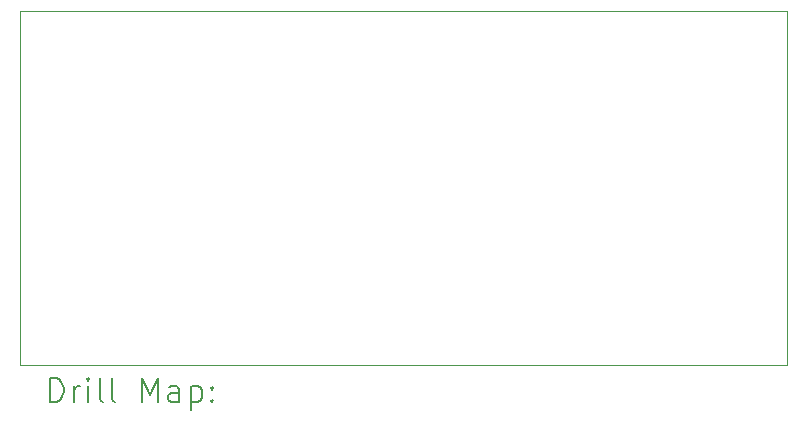
<source format=gbr>
%TF.GenerationSoftware,KiCad,Pcbnew,9.0.2*%
%TF.CreationDate,2025-10-25T16:26:29-04:00*%
%TF.ProjectId,Display,44697370-6c61-4792-9e6b-696361645f70,rev?*%
%TF.SameCoordinates,Original*%
%TF.FileFunction,Drillmap*%
%TF.FilePolarity,Positive*%
%FSLAX45Y45*%
G04 Gerber Fmt 4.5, Leading zero omitted, Abs format (unit mm)*
G04 Created by KiCad (PCBNEW 9.0.2) date 2025-10-25 16:26:29*
%MOMM*%
%LPD*%
G01*
G04 APERTURE LIST*
%ADD10C,0.050000*%
%ADD11C,0.200000*%
G04 APERTURE END LIST*
D10*
X13530000Y-5895000D02*
X20030000Y-5895000D01*
X20030000Y-8895000D01*
X13530000Y-8895000D01*
X13530000Y-5895000D01*
D11*
X13788277Y-9208984D02*
X13788277Y-9008984D01*
X13788277Y-9008984D02*
X13835896Y-9008984D01*
X13835896Y-9008984D02*
X13864467Y-9018508D01*
X13864467Y-9018508D02*
X13883515Y-9037555D01*
X13883515Y-9037555D02*
X13893039Y-9056603D01*
X13893039Y-9056603D02*
X13902562Y-9094698D01*
X13902562Y-9094698D02*
X13902562Y-9123270D01*
X13902562Y-9123270D02*
X13893039Y-9161365D01*
X13893039Y-9161365D02*
X13883515Y-9180412D01*
X13883515Y-9180412D02*
X13864467Y-9199460D01*
X13864467Y-9199460D02*
X13835896Y-9208984D01*
X13835896Y-9208984D02*
X13788277Y-9208984D01*
X13988277Y-9208984D02*
X13988277Y-9075650D01*
X13988277Y-9113746D02*
X13997801Y-9094698D01*
X13997801Y-9094698D02*
X14007324Y-9085174D01*
X14007324Y-9085174D02*
X14026372Y-9075650D01*
X14026372Y-9075650D02*
X14045420Y-9075650D01*
X14112086Y-9208984D02*
X14112086Y-9075650D01*
X14112086Y-9008984D02*
X14102562Y-9018508D01*
X14102562Y-9018508D02*
X14112086Y-9028031D01*
X14112086Y-9028031D02*
X14121610Y-9018508D01*
X14121610Y-9018508D02*
X14112086Y-9008984D01*
X14112086Y-9008984D02*
X14112086Y-9028031D01*
X14235896Y-9208984D02*
X14216848Y-9199460D01*
X14216848Y-9199460D02*
X14207324Y-9180412D01*
X14207324Y-9180412D02*
X14207324Y-9008984D01*
X14340658Y-9208984D02*
X14321610Y-9199460D01*
X14321610Y-9199460D02*
X14312086Y-9180412D01*
X14312086Y-9180412D02*
X14312086Y-9008984D01*
X14569229Y-9208984D02*
X14569229Y-9008984D01*
X14569229Y-9008984D02*
X14635896Y-9151841D01*
X14635896Y-9151841D02*
X14702562Y-9008984D01*
X14702562Y-9008984D02*
X14702562Y-9208984D01*
X14883515Y-9208984D02*
X14883515Y-9104222D01*
X14883515Y-9104222D02*
X14873991Y-9085174D01*
X14873991Y-9085174D02*
X14854943Y-9075650D01*
X14854943Y-9075650D02*
X14816848Y-9075650D01*
X14816848Y-9075650D02*
X14797801Y-9085174D01*
X14883515Y-9199460D02*
X14864467Y-9208984D01*
X14864467Y-9208984D02*
X14816848Y-9208984D01*
X14816848Y-9208984D02*
X14797801Y-9199460D01*
X14797801Y-9199460D02*
X14788277Y-9180412D01*
X14788277Y-9180412D02*
X14788277Y-9161365D01*
X14788277Y-9161365D02*
X14797801Y-9142317D01*
X14797801Y-9142317D02*
X14816848Y-9132793D01*
X14816848Y-9132793D02*
X14864467Y-9132793D01*
X14864467Y-9132793D02*
X14883515Y-9123270D01*
X14978753Y-9075650D02*
X14978753Y-9275650D01*
X14978753Y-9085174D02*
X14997801Y-9075650D01*
X14997801Y-9075650D02*
X15035896Y-9075650D01*
X15035896Y-9075650D02*
X15054943Y-9085174D01*
X15054943Y-9085174D02*
X15064467Y-9094698D01*
X15064467Y-9094698D02*
X15073991Y-9113746D01*
X15073991Y-9113746D02*
X15073991Y-9170889D01*
X15073991Y-9170889D02*
X15064467Y-9189936D01*
X15064467Y-9189936D02*
X15054943Y-9199460D01*
X15054943Y-9199460D02*
X15035896Y-9208984D01*
X15035896Y-9208984D02*
X14997801Y-9208984D01*
X14997801Y-9208984D02*
X14978753Y-9199460D01*
X15159705Y-9189936D02*
X15169229Y-9199460D01*
X15169229Y-9199460D02*
X15159705Y-9208984D01*
X15159705Y-9208984D02*
X15150182Y-9199460D01*
X15150182Y-9199460D02*
X15159705Y-9189936D01*
X15159705Y-9189936D02*
X15159705Y-9208984D01*
X15159705Y-9085174D02*
X15169229Y-9094698D01*
X15169229Y-9094698D02*
X15159705Y-9104222D01*
X15159705Y-9104222D02*
X15150182Y-9094698D01*
X15150182Y-9094698D02*
X15159705Y-9085174D01*
X15159705Y-9085174D02*
X15159705Y-9104222D01*
M02*

</source>
